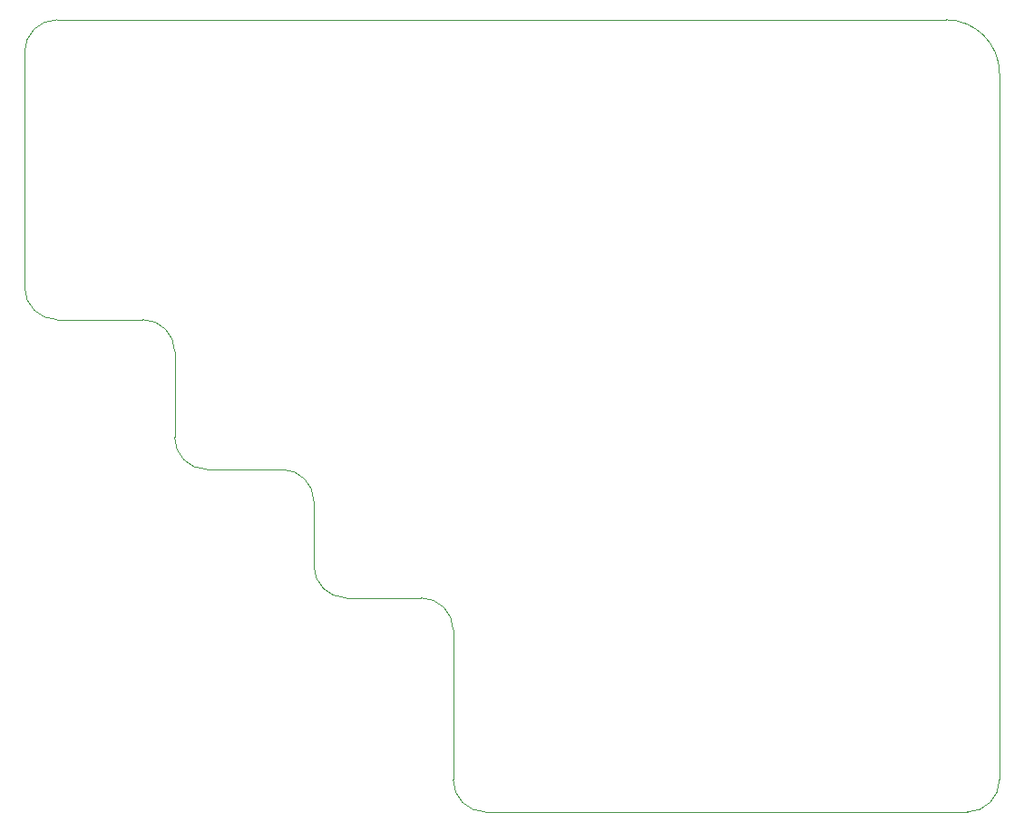
<source format=gbr>
G04 #@! TF.GenerationSoftware,KiCad,Pcbnew,(5.1.5-0-10_14)*
G04 #@! TF.CreationDate,2020-11-11T10:53:56+00:00*
G04 #@! TF.ProjectId,rosco_m68k_r1_020,726f7363-6f5f-46d3-9638-6b5f72315f30,rev?*
G04 #@! TF.SameCoordinates,Original*
G04 #@! TF.FileFunction,Profile,NP*
%FSLAX46Y46*%
G04 Gerber Fmt 4.6, Leading zero omitted, Abs format (unit mm)*
G04 Created by KiCad (PCBNEW (5.1.5-0-10_14)) date 2020-11-11 10:53:56*
%MOMM*%
%LPD*%
G04 APERTURE LIST*
%ADD10C,0.050000*%
G04 APERTURE END LIST*
D10*
X40000000Y-33000000D02*
X123000000Y-33000000D01*
X37000000Y-58000000D02*
X37000000Y-36000000D01*
X48000000Y-61000000D02*
X40000000Y-61000000D01*
X51000000Y-72000000D02*
X51000000Y-64000000D01*
X61000000Y-75000000D02*
X54000000Y-75000000D01*
X64000000Y-84000000D02*
X64000000Y-78000000D01*
X74000000Y-87000000D02*
X67000000Y-87000000D01*
X77000000Y-104000000D02*
X77000000Y-90000000D01*
X125000000Y-107000000D02*
X80000000Y-107000000D01*
X128000000Y-38000000D02*
X128000000Y-104000000D01*
X128000000Y-104000000D02*
G75*
G02X125000000Y-107000000I-3000000J0D01*
G01*
X80000000Y-107000000D02*
G75*
G02X77000000Y-104000000I0J3000000D01*
G01*
X74000000Y-87000000D02*
G75*
G02X77000000Y-90000000I0J-3000000D01*
G01*
X67000000Y-87000000D02*
G75*
G02X64000000Y-84000000I0J3000000D01*
G01*
X61000000Y-75000000D02*
G75*
G02X64000000Y-78000000I0J-3000000D01*
G01*
X54000000Y-75000000D02*
G75*
G02X51000000Y-72000000I0J3000000D01*
G01*
X123000000Y-33000000D02*
G75*
G02X128000000Y-38000000I0J-5000000D01*
G01*
X48000000Y-61000000D02*
G75*
G02X51000000Y-64000000I0J-3000000D01*
G01*
X40000000Y-61000000D02*
G75*
G02X37000000Y-58000000I0J3000000D01*
G01*
X37000000Y-36000000D02*
G75*
G02X40000000Y-33000000I3000000J0D01*
G01*
M02*

</source>
